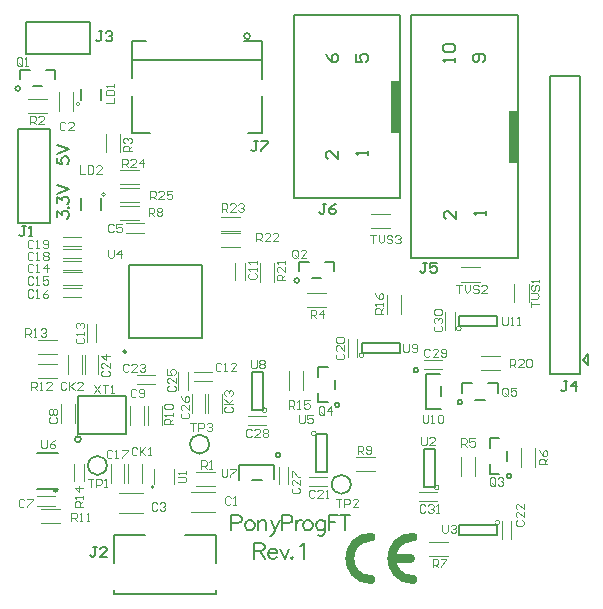
<source format=gto>
G04 Layer_Color=65535*
%FSLAX44Y44*%
%MOMM*%
G71*
G01*
G75*
%ADD37C,0.2000*%
%ADD39C,0.1524*%
%ADD41C,0.1500*%
%ADD55C,0.1000*%
%ADD56C,0.7620*%
%ADD57R,0.8000X4.5000*%
D37*
X204250Y473500D02*
G03*
X204250Y473500I-2500J0D01*
G01*
X202250Y391250D02*
X214000D01*
X199500Y469000D02*
X214000D01*
X104000D02*
X115750D01*
X104000Y391500D02*
X119500D01*
X214000Y437250D02*
Y469000D01*
Y391250D02*
Y422750D01*
X104000Y437750D02*
Y469000D01*
Y391500D02*
Y422500D01*
X23860Y120830D02*
X41360D01*
X23860Y89830D02*
X41360D01*
X365570Y168520D02*
Y177020D01*
X352970Y187720D02*
X365370D01*
X352970Y157720D02*
X365670D01*
X352970D02*
Y187720D01*
X205670Y97980D02*
X214170D01*
X224870Y98180D02*
Y110580D01*
X194870Y97880D02*
Y110580D01*
X224870D01*
X241300Y491000D02*
X331300D01*
X241300Y336200D02*
Y491000D01*
X331300Y336200D02*
Y491000D01*
X241300Y336200D02*
X331300D01*
X340700Y285400D02*
X430700D01*
Y491000D01*
X340700Y285400D02*
Y491000D01*
X430700D01*
X14600Y485450D02*
X68400D01*
Y458550D02*
Y485450D01*
X14600Y458550D02*
X68400D01*
X14600D02*
Y485450D01*
X7550Y394600D02*
X34450D01*
X7550Y315400D02*
Y394600D01*
Y315400D02*
X34450D01*
Y394600D01*
D39*
X304300Y372600D02*
Y375986D01*
Y374293D01*
X294143D01*
X295836Y372600D01*
X268143Y458371D02*
X269836Y454986D01*
X273222Y451600D01*
X276607D01*
X278300Y453293D01*
Y456678D01*
X276607Y458371D01*
X274914D01*
X273222Y456678D01*
Y451600D01*
X278900Y376371D02*
Y369600D01*
X272129Y376371D01*
X270436D01*
X268743Y374678D01*
Y371293D01*
X270436Y369600D01*
X293543Y458371D02*
Y451600D01*
X298622D01*
X296929Y454986D01*
Y456678D01*
X298622Y458371D01*
X302007D01*
X303700Y456678D01*
Y453293D01*
X302007Y451600D01*
X401407D02*
X403100Y453293D01*
Y456678D01*
X401407Y458371D01*
X394636D01*
X392943Y456678D01*
Y453293D01*
X394636Y451600D01*
X396329D01*
X398022Y453293D01*
Y458371D01*
X377700Y451600D02*
Y454986D01*
Y453293D01*
X367543D01*
X369236Y451600D01*
Y460064D02*
X367543Y461757D01*
Y465142D01*
X369236Y466835D01*
X376007D01*
X377700Y465142D01*
Y461757D01*
X376007Y460064D01*
X369236D01*
X378300Y325571D02*
Y318800D01*
X371529Y325571D01*
X369836D01*
X368143Y323878D01*
Y320493D01*
X369836Y318800D01*
X403700Y321800D02*
Y325186D01*
Y323493D01*
X393543D01*
X395236Y321800D01*
D41*
X60960Y132200D02*
G03*
X60960Y132200I-2500J0D01*
G01*
X99520Y206330D02*
G03*
X99520Y206330I-1500J0D01*
G01*
X37610Y89830D02*
G03*
X41610Y89830I2000J0D01*
G01*
X245670Y266590D02*
G03*
X245670Y266590I-2000J0D01*
G01*
X9450Y429150D02*
G03*
X9450Y429150I-2000J0D01*
G01*
X346570Y190720D02*
G03*
X346570Y190720I-2000J0D01*
G01*
X383780Y163610D02*
G03*
X383780Y163610I-2000J0D01*
G01*
X229870Y118980D02*
G03*
X229870Y118980I-2000J0D01*
G01*
X279880Y161420D02*
G03*
X279880Y161420I-2000J0D01*
G01*
X425430Y101120D02*
G03*
X425430Y101120I-2000J0D01*
G01*
X83000Y110000D02*
G03*
X83000Y110000I-8000J0D01*
G01*
X169500Y128000D02*
G03*
X169500Y128000I-8000J0D01*
G01*
X289500Y94000D02*
G03*
X289500Y94000I-8000J0D01*
G01*
X61000Y326500D02*
Y336500D01*
X78000Y326500D02*
Y336500D01*
Y419000D02*
Y429000D01*
X61000Y419000D02*
Y429000D01*
X104250Y453125D02*
X214000D01*
X259980Y136650D02*
X268980D01*
X259980Y104650D02*
X268980D01*
X259980D02*
Y136650D01*
X268980Y104650D02*
Y136650D01*
X58960Y136500D02*
Y168500D01*
Y136500D02*
X99060D01*
Y168500D01*
X58960D02*
X99060D01*
X101520Y217580D02*
X163520D01*
X101520Y279580D02*
X163520D01*
X101520Y217580D02*
Y279580D01*
X163520Y217580D02*
Y279580D01*
X256670Y268590D02*
X264670D01*
X267420Y282590D02*
X275670D01*
Y274590D02*
Y282590D01*
X245670D02*
X253920D01*
X245670Y274590D02*
Y282590D01*
X20450Y431150D02*
X28450D01*
X31200Y445150D02*
X39450D01*
Y437150D02*
Y445150D01*
X9450D02*
X17700D01*
X9450Y437150D02*
Y445150D01*
X351510Y91960D02*
X360510D01*
X351510Y123960D02*
X360510D01*
Y91960D02*
Y123960D01*
X351510Y91960D02*
Y123960D01*
X413050Y50740D02*
Y59740D01*
X381050Y50740D02*
Y59740D01*
X413050D01*
X381050Y50740D02*
X413050D01*
X205960Y157340D02*
X214960D01*
X205960Y189340D02*
X214960D01*
Y157340D02*
Y189340D01*
X205960Y157340D02*
Y189340D01*
X298960Y205050D02*
Y214050D01*
X330960Y205050D02*
Y214050D01*
X298960Y205050D02*
X330960D01*
X298960Y214050D02*
X330960D01*
X381510Y227910D02*
Y236910D01*
X413510Y227910D02*
Y236910D01*
X381510Y227910D02*
X413510D01*
X381510Y236910D02*
X413510D01*
X394780Y165610D02*
X402780D01*
X405530Y179610D02*
X413780D01*
Y171610D02*
Y179610D01*
X383780D02*
X392030D01*
X383780Y171610D02*
Y179610D01*
X89000Y1500D02*
X175700D01*
X88700Y51300D02*
X115100D01*
X149000Y51100D02*
X175400D01*
X88700Y27500D02*
Y51300D01*
X175400Y27500D02*
Y51100D01*
X175700Y1500D02*
Y4400D01*
X89000Y1500D02*
Y4500D01*
X275880Y174420D02*
Y182420D01*
X261880Y185170D02*
Y193420D01*
X269880D01*
X261880Y163420D02*
Y171670D01*
Y163420D02*
X269880D01*
X486000Y199500D02*
X490500Y204000D01*
Y195000D02*
Y204000D01*
X486000Y199500D02*
X490500Y195000D01*
X483700Y262646D02*
Y439950D01*
X458550D02*
X483700D01*
X458550Y187100D02*
Y439950D01*
X483700Y187246D02*
Y262646D01*
X483554Y187100D02*
X483700Y187246D01*
X458550Y187100D02*
X483554D01*
X421430Y114120D02*
Y122120D01*
X407430Y124870D02*
Y133120D01*
X415430D01*
X407430Y103120D02*
Y111370D01*
Y103120D02*
X415430D01*
X210665Y384497D02*
X207832D01*
X209249D01*
Y377416D01*
X207832Y376000D01*
X206416D01*
X205000Y377416D01*
X213497Y384497D02*
X219162D01*
Y383081D01*
X213497Y377416D01*
Y376000D01*
X14165Y312497D02*
X11332D01*
X12749D01*
Y305416D01*
X11332Y304000D01*
X9916D01*
X8500Y305416D01*
X16997Y304000D02*
X19830D01*
X18413D01*
Y312497D01*
X16997Y311081D01*
X74465Y41087D02*
X71632D01*
X73049D01*
Y34006D01*
X71632Y32590D01*
X70216D01*
X68800Y34006D01*
X82962Y32590D02*
X77297D01*
X82962Y38255D01*
Y39671D01*
X81546Y41087D01*
X78713D01*
X77297Y39671D01*
X79165Y477497D02*
X76332D01*
X77749D01*
Y470416D01*
X76332Y469000D01*
X74916D01*
X73500Y470416D01*
X81997Y476081D02*
X83413Y477497D01*
X86246D01*
X87662Y476081D01*
Y474665D01*
X86246Y473249D01*
X84830D01*
X86246D01*
X87662Y471832D01*
Y470416D01*
X86246Y469000D01*
X83413D01*
X81997Y470416D01*
X472855Y181227D02*
X470022D01*
X471439D01*
Y174146D01*
X470022Y172730D01*
X468606D01*
X467190Y174146D01*
X479936Y172730D02*
Y181227D01*
X475687Y176979D01*
X481352D01*
X353665Y281497D02*
X350832D01*
X352249D01*
Y274416D01*
X350832Y273000D01*
X349416D01*
X348000Y274416D01*
X362162Y281497D02*
X356497D01*
Y277249D01*
X359330Y278665D01*
X360746D01*
X362162Y277249D01*
Y274416D01*
X360746Y273000D01*
X357914D01*
X356497Y274416D01*
X268485Y331697D02*
X265653D01*
X267069D01*
Y324616D01*
X265653Y323200D01*
X264236D01*
X262820Y324616D01*
X276982Y331697D02*
X274150Y330281D01*
X271317Y327449D01*
Y324616D01*
X272733Y323200D01*
X275566D01*
X276982Y324616D01*
Y326032D01*
X275566Y327449D01*
X271317D01*
X41002Y319952D02*
Y325189D01*
X44811Y322333D01*
Y323761D01*
X45287Y324713D01*
X45763Y325189D01*
X47191Y325665D01*
X48144D01*
X49572Y325189D01*
X50524Y324237D01*
X51000Y322809D01*
Y321380D01*
X50524Y319952D01*
X50048Y319476D01*
X49096Y319000D01*
X50048Y328379D02*
X50524Y327903D01*
X51000Y328379D01*
X50524Y328855D01*
X50048Y328379D01*
X41002Y331997D02*
Y337234D01*
X44811Y334378D01*
Y335806D01*
X45287Y336758D01*
X45763Y337234D01*
X47191Y337710D01*
X48144D01*
X49572Y337234D01*
X50524Y336282D01*
X51000Y334854D01*
Y333425D01*
X50524Y331997D01*
X50048Y331521D01*
X49096Y331045D01*
X41002Y339948D02*
X51000Y343757D01*
X41002Y347565D02*
X51000Y343757D01*
X41002Y370713D02*
Y365952D01*
X45287Y365476D01*
X44811Y365952D01*
X44335Y367380D01*
Y368809D01*
X44811Y370237D01*
X45763Y371189D01*
X47191Y371665D01*
X48144D01*
X49572Y371189D01*
X50524Y370237D01*
X51000Y368809D01*
Y367380D01*
X50524Y365952D01*
X50048Y365476D01*
X49096Y365000D01*
X41002Y373903D02*
X51000Y377712D01*
X41002Y381520D02*
X51000Y377712D01*
X188500Y61189D02*
X194070D01*
X195927Y61808D01*
X196546Y62427D01*
X197165Y63665D01*
Y65521D01*
X196546Y66759D01*
X195927Y67378D01*
X194070Y67997D01*
X188500D01*
Y55000D01*
X203168Y63665D02*
X201931Y63046D01*
X200693Y61808D01*
X200074Y59951D01*
Y58713D01*
X200693Y56857D01*
X201931Y55619D01*
X203168Y55000D01*
X205025D01*
X206263Y55619D01*
X207501Y56857D01*
X208120Y58713D01*
Y59951D01*
X207501Y61808D01*
X206263Y63046D01*
X205025Y63665D01*
X203168D01*
X210967D02*
Y55000D01*
Y61189D02*
X212823Y63046D01*
X214061Y63665D01*
X215918D01*
X217156Y63046D01*
X217775Y61189D01*
Y55000D01*
X221798Y63665D02*
X225511Y55000D01*
X229225Y63665D02*
X225511Y55000D01*
X224273Y52524D01*
X223035Y51287D01*
X221798Y50668D01*
X221179D01*
X231391Y61189D02*
X236961D01*
X238818Y61808D01*
X239437Y62427D01*
X240056Y63665D01*
Y65521D01*
X239437Y66759D01*
X238818Y67378D01*
X236961Y67997D01*
X231391D01*
Y55000D01*
X242964Y63665D02*
Y55000D01*
Y59951D02*
X243583Y61808D01*
X244821Y63046D01*
X246059Y63665D01*
X247916D01*
X252186D02*
X250949Y63046D01*
X249711Y61808D01*
X249092Y59951D01*
Y58713D01*
X249711Y56857D01*
X250949Y55619D01*
X252186Y55000D01*
X254043D01*
X255281Y55619D01*
X256519Y56857D01*
X257138Y58713D01*
Y59951D01*
X256519Y61808D01*
X255281Y63046D01*
X254043Y63665D01*
X252186D01*
X267412D02*
Y53762D01*
X266793Y51905D01*
X266174Y51287D01*
X264936Y50668D01*
X263079D01*
X261841Y51287D01*
X267412Y61808D02*
X266174Y63046D01*
X264936Y63665D01*
X263079D01*
X261841Y63046D01*
X260604Y61808D01*
X259985Y59951D01*
Y58713D01*
X260604Y56857D01*
X261841Y55619D01*
X263079Y55000D01*
X264936D01*
X266174Y55619D01*
X267412Y56857D01*
X270878Y67997D02*
Y55000D01*
Y67997D02*
X278923D01*
X270878Y61808D02*
X275829D01*
X284741Y67997D02*
Y55000D01*
X280409Y67997D02*
X289074D01*
X246500Y41522D02*
X247738Y42140D01*
X249595Y43997D01*
Y31000D01*
X208000Y43997D02*
Y31000D01*
Y43997D02*
X213570D01*
X215427Y43378D01*
X216046Y42759D01*
X216665Y41522D01*
Y40284D01*
X216046Y39046D01*
X215427Y38427D01*
X213570Y37808D01*
X208000D01*
X212332D02*
X216665Y31000D01*
X219574Y35951D02*
X227001D01*
Y37189D01*
X226382Y38427D01*
X225763Y39046D01*
X224525Y39665D01*
X222668D01*
X221430Y39046D01*
X220193Y37808D01*
X219574Y35951D01*
Y34713D01*
X220193Y32857D01*
X221430Y31619D01*
X222668Y31000D01*
X224525D01*
X225763Y31619D01*
X227001Y32857D01*
X229786Y39665D02*
X233499Y31000D01*
X237213Y39665D02*
X233499Y31000D01*
X239936Y32238D02*
X239317Y31619D01*
X239936Y31000D01*
X240555Y31619D01*
X239936Y32238D01*
D55*
X81750Y339500D02*
G03*
X81750Y339500I-1500J0D01*
G01*
X60250Y416000D02*
G03*
X60250Y416000I-1500J0D01*
G01*
X260230Y137150D02*
G03*
X260230Y137150I-2000J0D01*
G01*
X122760Y91780D02*
G03*
X122760Y91780I-1250J0D01*
G01*
X364260Y91460D02*
G03*
X364260Y91460I-2000J0D01*
G01*
X415550Y61490D02*
G03*
X415550Y61490I-2000J0D01*
G01*
X218710Y156840D02*
G03*
X218710Y156840I-2000J0D01*
G01*
X300460Y203300D02*
G03*
X300460Y203300I-2000J0D01*
G01*
X383010Y226160D02*
G03*
X383010Y226160I-2000J0D01*
G01*
X45660Y273470D02*
X61660D01*
X45660Y262470D02*
X61660D01*
X86260Y95440D02*
Y111440D01*
X97260Y95440D02*
Y111440D01*
X139710Y94330D02*
Y106730D01*
X122710Y94330D02*
Y106730D01*
X154150Y70810D02*
X174150D01*
X154150Y87810D02*
X174150D01*
X158690Y92360D02*
X174690D01*
X158690Y104360D02*
X174690D01*
X102270Y144400D02*
Y160400D01*
X114270Y144400D02*
Y160400D01*
X55850Y145670D02*
Y161670D01*
X43850Y145670D02*
Y161670D01*
X99500Y315150D02*
X114500D01*
X99500Y307150D02*
X114500D01*
X93920Y317850D02*
X109920D01*
X93920Y329850D02*
X109920D01*
X117510Y144400D02*
Y160400D01*
X129510Y144400D02*
Y160400D01*
X46160Y283400D02*
X61160D01*
X46160Y275400D02*
X61160D01*
X46160Y260540D02*
X61160D01*
X46160Y252540D02*
X61160D01*
X46160Y293560D02*
X61160D01*
X46160Y285560D02*
X61160D01*
X46160Y303720D02*
X61160D01*
X46160Y295720D02*
X61160D01*
X191900Y266820D02*
Y281820D01*
X199900Y266820D02*
Y281820D01*
X156650Y189420D02*
X171650D01*
X156650Y181420D02*
X171650D01*
X75670Y187580D02*
Y203580D01*
X64670Y187580D02*
Y203580D01*
X165840Y154560D02*
Y170560D01*
X154840Y154560D02*
Y170560D01*
X180310Y154560D02*
Y170560D01*
X168310Y154560D02*
Y170560D01*
X93920Y360330D02*
X109920D01*
X93920Y348330D02*
X109920D01*
X179960Y308640D02*
X195960D01*
X179960Y320640D02*
X195960D01*
X93920Y333090D02*
X109920D01*
X93920Y345090D02*
X109920D01*
X179960Y294670D02*
X195960D01*
X179960Y306670D02*
X195960D01*
X224760Y265050D02*
Y281050D01*
X212760Y265050D02*
Y281050D01*
X27150Y73230D02*
X43150D01*
X27150Y61230D02*
X43150D01*
X42260Y409830D02*
Y425830D01*
X54260Y409830D02*
Y425830D01*
X254440Y100520D02*
X269440D01*
X254440Y92520D02*
X269440D01*
X202640Y143940D02*
X217640D01*
X202640Y151940D02*
X217640D01*
X237480Y174230D02*
Y190230D01*
X249480Y174230D02*
Y190230D01*
X382920Y277640D02*
X398920D01*
X382920Y265640D02*
X398920D01*
X66170Y214750D02*
Y229750D01*
X74170Y214750D02*
Y229750D01*
X25000Y204000D02*
X41000D01*
X25000Y216000D02*
X41000D01*
X24720Y183960D02*
X40720D01*
X24720Y195960D02*
X40720D01*
X23840Y75930D02*
X38840D01*
X23840Y83930D02*
X38840D01*
X63280Y96560D02*
Y111560D01*
X55280Y96560D02*
Y111560D01*
X252670Y256190D02*
X268670D01*
X252670Y244190D02*
X268670D01*
X151640Y174110D02*
Y189110D01*
X143640Y174110D02*
Y189110D01*
X108390Y178880D02*
X123390D01*
X108390Y186880D02*
X123390D01*
X62200Y187580D02*
Y203580D01*
X50200Y187580D02*
Y203580D01*
X93190Y69540D02*
X113190D01*
X93190Y86540D02*
X113190D01*
X113000Y95440D02*
Y111440D01*
X101000Y95440D02*
Y111440D01*
X16450Y408020D02*
X32450D01*
X16450Y420020D02*
X32450D01*
X236730Y94100D02*
Y109100D01*
X228730Y94100D02*
Y109100D01*
X307000Y323000D02*
X323000D01*
X307000Y311000D02*
X323000D01*
X294000Y117000D02*
X310000D01*
X294000Y105000D02*
X310000D01*
X94500Y375000D02*
Y391000D01*
X82500Y375000D02*
Y391000D01*
X369380Y224910D02*
Y239910D01*
X377380Y224910D02*
Y239910D01*
X320000Y238000D02*
Y254000D01*
X332000Y238000D02*
Y254000D01*
X399670Y190850D02*
X415670D01*
X399670Y202850D02*
X415670D01*
X428000Y248000D02*
Y264000D01*
X440000Y248000D02*
Y264000D01*
X356000Y33000D02*
X372000D01*
X356000Y45000D02*
X372000D01*
X347240Y79830D02*
X362240D01*
X347240Y87830D02*
X362240D01*
X425180Y47740D02*
Y62740D01*
X417180Y47740D02*
Y62740D01*
X433830Y108850D02*
Y124850D01*
X445830Y108850D02*
Y124850D01*
X383030Y101230D02*
Y117230D01*
X395030Y101230D02*
Y117230D01*
X351910Y199580D02*
X366910D01*
X351910Y191580D02*
X366910D01*
X286830Y202050D02*
Y217050D01*
X294830Y202050D02*
Y217050D01*
X187865Y82601D02*
X186699Y83768D01*
X184366D01*
X183200Y82601D01*
Y77936D01*
X184366Y76770D01*
X186699D01*
X187865Y77936D01*
X190198Y76770D02*
X192530D01*
X191364D01*
Y83768D01*
X190198Y82601D01*
X47845Y399532D02*
X46679Y400698D01*
X44346D01*
X43180Y399532D01*
Y394866D01*
X44346Y393700D01*
X46679D01*
X47845Y394866D01*
X54843Y393700D02*
X50178D01*
X54843Y398365D01*
Y399532D01*
X53677Y400698D01*
X51344D01*
X50178Y399532D01*
X125635Y77522D02*
X124469Y78688D01*
X122136D01*
X120970Y77522D01*
Y72856D01*
X122136Y71690D01*
X124469D01*
X125635Y72856D01*
X127968Y77522D02*
X129134Y78688D01*
X131467D01*
X132633Y77522D01*
Y76355D01*
X131467Y75189D01*
X130300D01*
X131467D01*
X132633Y74023D01*
Y72856D01*
X131467Y71690D01*
X129134D01*
X127968Y72856D01*
X442272Y244070D02*
Y248735D01*
Y246403D01*
X449270D01*
X442272Y251068D02*
X446937D01*
X449270Y253400D01*
X446937Y255733D01*
X442272D01*
X443438Y262731D02*
X442272Y261564D01*
Y259232D01*
X443438Y258065D01*
X444605D01*
X445771Y259232D01*
Y261564D01*
X446937Y262731D01*
X448104D01*
X449270Y261564D01*
Y259232D01*
X448104Y258065D01*
X449270Y265063D02*
Y267396D01*
Y266230D01*
X442272D01*
X443438Y265063D01*
X88805Y313172D02*
X87639Y314338D01*
X85306D01*
X84140Y313172D01*
Y308506D01*
X85306Y307340D01*
X87639D01*
X88805Y308506D01*
X95803Y314338D02*
X91138D01*
Y310839D01*
X93470Y312005D01*
X94637D01*
X95803Y310839D01*
Y308506D01*
X94637Y307340D01*
X92304D01*
X91138Y308506D01*
X306000Y304998D02*
X310665D01*
X308333D01*
Y298000D01*
X312998Y304998D02*
Y300333D01*
X315330Y298000D01*
X317663Y300333D01*
Y304998D01*
X324661Y303831D02*
X323494Y304998D01*
X321162D01*
X319995Y303831D01*
Y302665D01*
X321162Y301499D01*
X323494D01*
X324661Y300333D01*
Y299166D01*
X323494Y298000D01*
X321162D01*
X319995Y299166D01*
X326993Y303831D02*
X328159Y304998D01*
X330492D01*
X331658Y303831D01*
Y302665D01*
X330492Y301499D01*
X329326D01*
X330492D01*
X331658Y300333D01*
Y299166D01*
X330492Y298000D01*
X328159D01*
X326993Y299166D01*
X13145Y80681D02*
X11979Y81848D01*
X9646D01*
X8480Y80681D01*
Y76016D01*
X9646Y74850D01*
X11979D01*
X13145Y76016D01*
X15478Y81848D02*
X20143D01*
Y80681D01*
X15478Y76016D01*
Y74850D01*
X35129Y150715D02*
X33962Y149549D01*
Y147216D01*
X35129Y146050D01*
X39794D01*
X40960Y147216D01*
Y149549D01*
X39794Y150715D01*
X35129Y153048D02*
X33962Y154214D01*
Y156547D01*
X35129Y157713D01*
X36295D01*
X37461Y156547D01*
X38627Y157713D01*
X39794D01*
X40960Y156547D01*
Y154214D01*
X39794Y153048D01*
X38627D01*
X37461Y154214D01*
X36295Y153048D01*
X35129D01*
X37461Y154214D02*
Y156547D01*
X107855Y173472D02*
X106689Y174638D01*
X104356D01*
X103190Y173472D01*
Y168806D01*
X104356Y167640D01*
X106689D01*
X107855Y168806D01*
X110188D02*
X111354Y167640D01*
X113687D01*
X114853Y168806D01*
Y173472D01*
X113687Y174638D01*
X111354D01*
X110188Y173472D01*
Y172305D01*
X111354Y171139D01*
X114853D01*
X379000Y262998D02*
X383665D01*
X381333D01*
Y256000D01*
X385998Y262998D02*
Y258333D01*
X388330Y256000D01*
X390663Y258333D01*
Y262998D01*
X397661Y261831D02*
X396494Y262998D01*
X394162D01*
X392995Y261831D01*
Y260665D01*
X394162Y259499D01*
X396494D01*
X397661Y258333D01*
Y257166D01*
X396494Y256000D01*
X394162D01*
X392995Y257166D01*
X404658Y256000D02*
X399993D01*
X404658Y260665D01*
Y261831D01*
X403492Y262998D01*
X401160D01*
X399993Y261831D01*
X204039Y272635D02*
X202872Y271469D01*
Y269136D01*
X204039Y267970D01*
X208704D01*
X209870Y269136D01*
Y271469D01*
X208704Y272635D01*
X209870Y274968D02*
Y277300D01*
Y276134D01*
X202872D01*
X204039Y274968D01*
X209870Y280799D02*
Y283132D01*
Y281966D01*
X202872D01*
X204039Y280799D01*
X179665Y195832D02*
X178499Y196998D01*
X176166D01*
X175000Y195832D01*
Y191166D01*
X176166Y190000D01*
X178499D01*
X179665Y191166D01*
X181998Y190000D02*
X184330D01*
X183164D01*
Y196998D01*
X181998Y195832D01*
X192494Y190000D02*
X187829D01*
X192494Y194665D01*
Y195832D01*
X191328Y196998D01*
X188995D01*
X187829Y195832D01*
X57989Y218025D02*
X56822Y216859D01*
Y214526D01*
X57989Y213360D01*
X62654D01*
X63820Y214526D01*
Y216859D01*
X62654Y218025D01*
X63820Y220358D02*
Y222690D01*
Y221524D01*
X56822D01*
X57989Y220358D01*
Y226189D02*
X56822Y227355D01*
Y229688D01*
X57989Y230854D01*
X59155D01*
X60321Y229688D01*
Y228522D01*
Y229688D01*
X61487Y230854D01*
X62654D01*
X63820Y229688D01*
Y227355D01*
X62654Y226189D01*
X20765Y279692D02*
X19599Y280858D01*
X17266D01*
X16100Y279692D01*
Y275026D01*
X17266Y273860D01*
X19599D01*
X20765Y275026D01*
X23098Y273860D02*
X25430D01*
X24264D01*
Y280858D01*
X23098Y279692D01*
X32428Y273860D02*
Y280858D01*
X28929Y277359D01*
X33594D01*
X20665Y268832D02*
X19499Y269998D01*
X17166D01*
X16000Y268832D01*
Y264166D01*
X17166Y263000D01*
X19499D01*
X20665Y264166D01*
X22998Y263000D02*
X25330D01*
X24164D01*
Y269998D01*
X22998Y268832D01*
X33494Y269998D02*
X28829D01*
Y266499D01*
X31162Y267665D01*
X32328D01*
X33494Y266499D01*
Y264166D01*
X32328Y263000D01*
X29996D01*
X28829Y264166D01*
X20665Y257831D02*
X19499Y258998D01*
X17166D01*
X16000Y257831D01*
Y253166D01*
X17166Y252000D01*
X19499D01*
X20665Y253166D01*
X22998Y252000D02*
X25330D01*
X24164D01*
Y258998D01*
X22998Y257831D01*
X33494Y258998D02*
X31162Y257831D01*
X28829Y255499D01*
Y253166D01*
X29996Y252000D01*
X32328D01*
X33494Y253166D01*
Y254333D01*
X32328Y255499D01*
X28829D01*
X87665Y121832D02*
X86499Y122998D01*
X84166D01*
X83000Y121832D01*
Y117166D01*
X84166Y116000D01*
X86499D01*
X87665Y117166D01*
X89998Y116000D02*
X92330D01*
X91164D01*
Y122998D01*
X89998Y121832D01*
X95829Y122998D02*
X100494D01*
Y121832D01*
X95829Y117166D01*
Y116000D01*
X20765Y289851D02*
X19599Y291018D01*
X17266D01*
X16100Y289851D01*
Y285186D01*
X17266Y284020D01*
X19599D01*
X20765Y285186D01*
X23098Y284020D02*
X25430D01*
X24264D01*
Y291018D01*
X23098Y289851D01*
X28929D02*
X30096Y291018D01*
X32428D01*
X33594Y289851D01*
Y288685D01*
X32428Y287519D01*
X33594Y286353D01*
Y285186D01*
X32428Y284020D01*
X30096D01*
X28929Y285186D01*
Y286353D01*
X30096Y287519D01*
X28929Y288685D01*
Y289851D01*
X30096Y287519D02*
X32428D01*
X20665Y299832D02*
X19499Y300998D01*
X17166D01*
X16000Y299832D01*
Y295166D01*
X17166Y294000D01*
X19499D01*
X20665Y295166D01*
X22998Y294000D02*
X25330D01*
X24164D01*
Y300998D01*
X22998Y299832D01*
X28829Y295166D02*
X29996Y294000D01*
X32328D01*
X33494Y295166D01*
Y299832D01*
X32328Y300998D01*
X29996D01*
X28829Y299832D01*
Y298665D01*
X29996Y297499D01*
X33494D01*
X278169Y204665D02*
X277002Y203499D01*
Y201166D01*
X278169Y200000D01*
X282834D01*
X284000Y201166D01*
Y203499D01*
X282834Y204665D01*
X284000Y211663D02*
Y206998D01*
X279335Y211663D01*
X278169D01*
X277002Y210497D01*
Y208164D01*
X278169Y206998D01*
Y213995D02*
X277002Y215162D01*
Y217494D01*
X278169Y218661D01*
X282834D01*
X284000Y217494D01*
Y215162D01*
X282834Y213995D01*
X278169D01*
X258985Y88382D02*
X257819Y89548D01*
X255486D01*
X254320Y88382D01*
Y83716D01*
X255486Y82550D01*
X257819D01*
X258985Y83716D01*
X265983Y82550D02*
X261318D01*
X265983Y87215D01*
Y88382D01*
X264817Y89548D01*
X262484D01*
X261318Y88382D01*
X268316Y82550D02*
X270648D01*
X269482D01*
Y89548D01*
X268316Y88382D01*
X430168Y63665D02*
X429002Y62499D01*
Y60166D01*
X430168Y59000D01*
X434834D01*
X436000Y60166D01*
Y62499D01*
X434834Y63665D01*
X436000Y70663D02*
Y65998D01*
X431335Y70663D01*
X430168D01*
X429002Y69497D01*
Y67164D01*
X430168Y65998D01*
X436000Y77661D02*
Y72996D01*
X431335Y77661D01*
X430168D01*
X429002Y76494D01*
Y74162D01*
X430168Y72996D01*
X101505Y195061D02*
X100339Y196228D01*
X98006D01*
X96840Y195061D01*
Y190396D01*
X98006Y189230D01*
X100339D01*
X101505Y190396D01*
X108503Y189230D02*
X103838D01*
X108503Y193895D01*
Y195061D01*
X107337Y196228D01*
X105004D01*
X103838Y195061D01*
X110836D02*
X112002Y196228D01*
X114334D01*
X115501Y195061D01*
Y193895D01*
X114334Y192729D01*
X113168D01*
X114334D01*
X115501Y191563D01*
Y190396D01*
X114334Y189230D01*
X112002D01*
X110836Y190396D01*
X79578Y190085D02*
X78412Y188919D01*
Y186586D01*
X79578Y185420D01*
X84244D01*
X85410Y186586D01*
Y188919D01*
X84244Y190085D01*
X85410Y197083D02*
Y192418D01*
X80745Y197083D01*
X79578D01*
X78412Y195917D01*
Y193584D01*
X79578Y192418D01*
X85410Y202914D02*
X78412D01*
X81911Y199415D01*
Y204081D01*
X135458Y177385D02*
X134292Y176219D01*
Y173886D01*
X135458Y172720D01*
X140124D01*
X141290Y173886D01*
Y176219D01*
X140124Y177385D01*
X141290Y184383D02*
Y179718D01*
X136625Y184383D01*
X135458D01*
X134292Y183217D01*
Y180884D01*
X135458Y179718D01*
X134292Y191381D02*
Y186716D01*
X137791D01*
X136625Y189048D01*
Y190214D01*
X137791Y191381D01*
X140124D01*
X141290Y190214D01*
Y187882D01*
X140124Y186716D01*
X146889Y154525D02*
X145722Y153359D01*
Y151026D01*
X146889Y149860D01*
X151554D01*
X152720Y151026D01*
Y153359D01*
X151554Y154525D01*
X152720Y161523D02*
Y156858D01*
X148055Y161523D01*
X146889D01*
X145722Y160357D01*
Y158024D01*
X146889Y156858D01*
X145722Y168521D02*
X146889Y166188D01*
X149221Y163855D01*
X151554D01*
X152720Y165022D01*
Y167354D01*
X151554Y168521D01*
X150387D01*
X149221Y167354D01*
Y163855D01*
X240548Y91025D02*
X239382Y89859D01*
Y87526D01*
X240548Y86360D01*
X245214D01*
X246380Y87526D01*
Y89859D01*
X245214Y91025D01*
X246380Y98023D02*
Y93358D01*
X241715Y98023D01*
X240548D01*
X239382Y96857D01*
Y94524D01*
X240548Y93358D01*
X239382Y100356D02*
Y105021D01*
X240548D01*
X245214Y100356D01*
X246380D01*
X205595Y139801D02*
X204429Y140968D01*
X202096D01*
X200930Y139801D01*
Y135136D01*
X202096Y133970D01*
X204429D01*
X205595Y135136D01*
X212593Y133970D02*
X207928D01*
X212593Y138635D01*
Y139801D01*
X211427Y140968D01*
X209094D01*
X207928Y139801D01*
X214925D02*
X216092Y140968D01*
X218424D01*
X219591Y139801D01*
Y138635D01*
X218424Y137469D01*
X219591Y136303D01*
Y135136D01*
X218424Y133970D01*
X216092D01*
X214925Y135136D01*
Y136303D01*
X216092Y137469D01*
X214925Y138635D01*
Y139801D01*
X216092Y137469D02*
X218424D01*
X356455Y207761D02*
X355289Y208928D01*
X352956D01*
X351790Y207761D01*
Y203096D01*
X352956Y201930D01*
X355289D01*
X356455Y203096D01*
X363453Y201930D02*
X358788D01*
X363453Y206595D01*
Y207761D01*
X362287Y208928D01*
X359954D01*
X358788Y207761D01*
X365785Y203096D02*
X366952Y201930D01*
X369284D01*
X370451Y203096D01*
Y207761D01*
X369284Y208928D01*
X366952D01*
X365785Y207761D01*
Y206595D01*
X366952Y205429D01*
X370451D01*
X361199Y228185D02*
X360032Y227019D01*
Y224686D01*
X361199Y223520D01*
X365864D01*
X367030Y224686D01*
Y227019D01*
X365864Y228185D01*
X361199Y230518D02*
X360032Y231684D01*
Y234017D01*
X361199Y235183D01*
X362365D01*
X363531Y234017D01*
Y232850D01*
Y234017D01*
X364697Y235183D01*
X365864D01*
X367030Y234017D01*
Y231684D01*
X365864Y230518D01*
X361199Y237516D02*
X360032Y238682D01*
Y241014D01*
X361199Y242181D01*
X365864D01*
X367030Y241014D01*
Y238682D01*
X365864Y237516D01*
X361199D01*
X352665Y75831D02*
X351499Y76998D01*
X349166D01*
X348000Y75831D01*
Y71166D01*
X349166Y70000D01*
X351499D01*
X352665Y71166D01*
X354998Y75831D02*
X356164Y76998D01*
X358497D01*
X359663Y75831D01*
Y74665D01*
X358497Y73499D01*
X357330D01*
X358497D01*
X359663Y72333D01*
Y71166D01*
X358497Y70000D01*
X356164D01*
X354998Y71166D01*
X361996Y70000D02*
X364328D01*
X363162D01*
Y76998D01*
X361996Y75831D01*
X108665Y124332D02*
X107499Y125498D01*
X105166D01*
X104000Y124332D01*
Y119666D01*
X105166Y118500D01*
X107499D01*
X108665Y119666D01*
X110998Y125498D02*
Y118500D01*
Y120833D01*
X115663Y125498D01*
X112164Y121999D01*
X115663Y118500D01*
X117996D02*
X120328D01*
X119162D01*
Y125498D01*
X117996Y124332D01*
X48665Y179832D02*
X47499Y180998D01*
X45166D01*
X44000Y179832D01*
Y175166D01*
X45166Y174000D01*
X47499D01*
X48665Y175166D01*
X50998Y180998D02*
Y174000D01*
Y176333D01*
X55663Y180998D01*
X52164Y177499D01*
X55663Y174000D01*
X62661D02*
X57996D01*
X62661Y178665D01*
Y179832D01*
X61494Y180998D01*
X59162D01*
X57996Y179832D01*
X183718Y159605D02*
X182552Y158439D01*
Y156106D01*
X183718Y154940D01*
X188384D01*
X189550Y156106D01*
Y158439D01*
X188384Y159605D01*
X182552Y161938D02*
X189550D01*
X187217D01*
X182552Y166603D01*
X186051Y163104D01*
X189550Y166603D01*
X183718Y168936D02*
X182552Y170102D01*
Y172434D01*
X183718Y173601D01*
X184885D01*
X186051Y172434D01*
Y171268D01*
Y172434D01*
X187217Y173601D01*
X188384D01*
X189550Y172434D01*
Y170102D01*
X188384Y168936D01*
X82002Y416500D02*
X89000D01*
Y421165D01*
X82002Y423498D02*
X89000D01*
Y426997D01*
X87834Y428163D01*
X83168D01*
X82002Y426997D01*
Y423498D01*
X89000Y430495D02*
Y432828D01*
Y431662D01*
X82002D01*
X83168Y430495D01*
X60000Y363998D02*
Y357000D01*
X64665D01*
X66998Y363998D02*
Y357000D01*
X70497D01*
X71663Y358166D01*
Y362831D01*
X70497Y363998D01*
X66998D01*
X78661Y357000D02*
X73995D01*
X78661Y361665D01*
Y362831D01*
X77494Y363998D01*
X75162D01*
X73995Y362831D01*
X11165Y449666D02*
Y454332D01*
X9999Y455498D01*
X7666D01*
X6500Y454332D01*
Y449666D01*
X7666Y448500D01*
X9999D01*
X8833Y450833D02*
X11165Y448500D01*
X9999D02*
X11165Y449666D01*
X13498Y448500D02*
X15830D01*
X14664D01*
Y455498D01*
X13498Y454332D01*
X244695Y286916D02*
Y291581D01*
X243529Y292748D01*
X241196D01*
X240030Y291581D01*
Y286916D01*
X241196Y285750D01*
X243529D01*
X242363Y288083D02*
X244695Y285750D01*
X243529D02*
X244695Y286916D01*
X251693Y285750D02*
X247028D01*
X251693Y290415D01*
Y291581D01*
X250527Y292748D01*
X248194D01*
X247028Y291581D01*
X411665Y94166D02*
Y98832D01*
X410499Y99998D01*
X408166D01*
X407000Y98832D01*
Y94166D01*
X408166Y93000D01*
X410499D01*
X409333Y95333D02*
X411665Y93000D01*
X410499D02*
X411665Y94166D01*
X413998Y98832D02*
X415164Y99998D01*
X417497D01*
X418663Y98832D01*
Y97665D01*
X417497Y96499D01*
X416330D01*
X417497D01*
X418663Y95333D01*
Y94166D01*
X417497Y93000D01*
X415164D01*
X413998Y94166D01*
X266875Y154186D02*
Y158851D01*
X265709Y160018D01*
X263376D01*
X262210Y158851D01*
Y154186D01*
X263376Y153020D01*
X265709D01*
X264543Y155353D02*
X266875Y153020D01*
X265709D02*
X266875Y154186D01*
X272707Y153020D02*
Y160018D01*
X269208Y156519D01*
X273873D01*
X422495Y170076D02*
Y174741D01*
X421329Y175908D01*
X418996D01*
X417830Y174741D01*
Y170076D01*
X418996Y168910D01*
X421329D01*
X420163Y171243D02*
X422495Y168910D01*
X421329D02*
X422495Y170076D01*
X429493Y175908D02*
X424828D01*
Y172409D01*
X427160Y173575D01*
X428327D01*
X429493Y172409D01*
Y170076D01*
X428327Y168910D01*
X425994D01*
X424828Y170076D01*
X162880Y107250D02*
Y114248D01*
X166379D01*
X167545Y113082D01*
Y110749D01*
X166379Y109583D01*
X162880D01*
X165213D02*
X167545Y107250D01*
X169878D02*
X172210D01*
X171044D01*
Y114248D01*
X169878Y113082D01*
X18100Y398780D02*
Y405778D01*
X21599D01*
X22765Y404612D01*
Y402279D01*
X21599Y401113D01*
X18100D01*
X20433D02*
X22765Y398780D01*
X29763D02*
X25098D01*
X29763Y403445D01*
Y404612D01*
X28597Y405778D01*
X26264D01*
X25098Y404612D01*
X104000Y376000D02*
X97002D01*
Y379499D01*
X98168Y380665D01*
X100501D01*
X101667Y379499D01*
Y376000D01*
Y378333D02*
X104000Y380665D01*
X98168Y382998D02*
X97002Y384164D01*
Y386497D01*
X98168Y387663D01*
X99335D01*
X100501Y386497D01*
Y385330D01*
Y386497D01*
X101667Y387663D01*
X102834D01*
X104000Y386497D01*
Y384164D01*
X102834Y382998D01*
X255590Y234950D02*
Y241948D01*
X259089D01*
X260255Y240781D01*
Y238449D01*
X259089Y237283D01*
X255590D01*
X257923D02*
X260255Y234950D01*
X266087D02*
Y241948D01*
X262588Y238449D01*
X267253D01*
X383000Y126000D02*
Y132998D01*
X386499D01*
X387665Y131832D01*
Y129499D01*
X386499Y128333D01*
X383000D01*
X385333D02*
X387665Y126000D01*
X394663Y132998D02*
X389998D01*
Y129499D01*
X392330Y130665D01*
X393497D01*
X394663Y129499D01*
Y127166D01*
X393497Y126000D01*
X391164D01*
X389998Y127166D01*
X456000Y111000D02*
X449002D01*
Y114499D01*
X450168Y115665D01*
X452501D01*
X453667Y114499D01*
Y111000D01*
Y113333D02*
X456000Y115665D01*
X449002Y122663D02*
X450168Y120330D01*
X452501Y117998D01*
X454834D01*
X456000Y119164D01*
Y121497D01*
X454834Y122663D01*
X453667D01*
X452501Y121497D01*
Y117998D01*
X358860Y23730D02*
Y30728D01*
X362359D01*
X363525Y29562D01*
Y27229D01*
X362359Y26063D01*
X358860D01*
X361193D02*
X363525Y23730D01*
X365858Y30728D02*
X370523D01*
Y29562D01*
X365858Y24896D01*
Y23730D01*
X118430Y321310D02*
Y328308D01*
X121929D01*
X123095Y327141D01*
Y324809D01*
X121929Y323643D01*
X118430D01*
X120763D02*
X123095Y321310D01*
X125428Y327141D02*
X126594Y328308D01*
X128927D01*
X130093Y327141D01*
Y325975D01*
X128927Y324809D01*
X130093Y323643D01*
Y322476D01*
X128927Y321310D01*
X126594D01*
X125428Y322476D01*
Y323643D01*
X126594Y324809D01*
X125428Y325975D01*
Y327141D01*
X126594Y324809D02*
X128927D01*
X295330Y119890D02*
Y126888D01*
X298829D01*
X299995Y125722D01*
Y123389D01*
X298829Y122223D01*
X295330D01*
X297663D02*
X299995Y119890D01*
X302328Y121056D02*
X303494Y119890D01*
X305827D01*
X306993Y121056D01*
Y125722D01*
X305827Y126888D01*
X303494D01*
X302328Y125722D01*
Y124555D01*
X303494Y123389D01*
X306993D01*
X138750Y144780D02*
X131752D01*
Y148279D01*
X132919Y149445D01*
X135251D01*
X136417Y148279D01*
Y144780D01*
Y147113D02*
X138750Y149445D01*
Y151778D02*
Y154110D01*
Y152944D01*
X131752D01*
X132919Y151778D01*
Y157609D02*
X131752Y158776D01*
Y161108D01*
X132919Y162274D01*
X137584D01*
X138750Y161108D01*
Y158776D01*
X137584Y157609D01*
X132919D01*
X53000Y63000D02*
Y69998D01*
X56499D01*
X57665Y68832D01*
Y66499D01*
X56499Y65333D01*
X53000D01*
X55333D02*
X57665Y63000D01*
X59998D02*
X62330D01*
X61164D01*
Y69998D01*
X59998Y68832D01*
X65829Y63000D02*
X68162D01*
X66996D01*
Y69998D01*
X65829Y68832D01*
X19000Y174000D02*
Y180998D01*
X22499D01*
X23665Y179832D01*
Y177499D01*
X22499Y176333D01*
X19000D01*
X21333D02*
X23665Y174000D01*
X25998D02*
X28330D01*
X27164D01*
Y180998D01*
X25998Y179832D01*
X36494Y174000D02*
X31829D01*
X36494Y178665D01*
Y179832D01*
X35328Y180998D01*
X32996D01*
X31829Y179832D01*
X14000Y219000D02*
Y225998D01*
X17499D01*
X18665Y224832D01*
Y222499D01*
X17499Y221333D01*
X14000D01*
X16333D02*
X18665Y219000D01*
X20998D02*
X23330D01*
X22164D01*
Y225998D01*
X20998Y224832D01*
X26829D02*
X27996Y225998D01*
X30328D01*
X31494Y224832D01*
Y223665D01*
X30328Y222499D01*
X29162D01*
X30328D01*
X31494Y221333D01*
Y220166D01*
X30328Y219000D01*
X27996D01*
X26829Y220166D01*
X62770Y74850D02*
X55772D01*
Y78349D01*
X56939Y79515D01*
X59271D01*
X60437Y78349D01*
Y74850D01*
Y77183D02*
X62770Y79515D01*
Y81848D02*
Y84180D01*
Y83014D01*
X55772D01*
X56939Y81848D01*
X62770Y91178D02*
X55772D01*
X59271Y87679D01*
Y92344D01*
X237130Y158100D02*
Y165098D01*
X240629D01*
X241795Y163931D01*
Y161599D01*
X240629Y160433D01*
X237130D01*
X239463D02*
X241795Y158100D01*
X244128D02*
X246460D01*
X245294D01*
Y165098D01*
X244128Y163931D01*
X254624Y165098D02*
X249959D01*
Y161599D01*
X252292Y162765D01*
X253458D01*
X254624Y161599D01*
Y159266D01*
X253458Y158100D01*
X251126D01*
X249959Y159266D01*
X317110Y238380D02*
X310112D01*
Y241879D01*
X311278Y243045D01*
X313611D01*
X314777Y241879D01*
Y238380D01*
Y240713D02*
X317110Y243045D01*
Y245378D02*
Y247710D01*
Y246544D01*
X310112D01*
X311278Y245378D01*
X310112Y255874D02*
X311278Y253542D01*
X313611Y251209D01*
X315944D01*
X317110Y252376D01*
Y254708D01*
X315944Y255874D01*
X314777D01*
X313611Y254708D01*
Y251209D01*
X424180Y193040D02*
Y200038D01*
X427679D01*
X428845Y198871D01*
Y196539D01*
X427679Y195373D01*
X424180D01*
X426513D02*
X428845Y193040D01*
X435843D02*
X431178D01*
X435843Y197705D01*
Y198871D01*
X434677Y200038D01*
X432344D01*
X431178Y198871D01*
X438176D02*
X439342Y200038D01*
X441674D01*
X442841Y198871D01*
Y194206D01*
X441674Y193040D01*
X439342D01*
X438176Y194206D01*
Y198871D01*
X234000Y266700D02*
X227002D01*
Y270199D01*
X228169Y271365D01*
X230501D01*
X231667Y270199D01*
Y266700D01*
Y269033D02*
X234000Y271365D01*
Y278363D02*
Y273698D01*
X229335Y278363D01*
X228169D01*
X227002Y277197D01*
Y274864D01*
X228169Y273698D01*
X234000Y280695D02*
Y283028D01*
Y281862D01*
X227002D01*
X228169Y280695D01*
X209550Y299720D02*
Y306718D01*
X213049D01*
X214215Y305551D01*
Y303219D01*
X213049Y302053D01*
X209550D01*
X211883D02*
X214215Y299720D01*
X221213D02*
X216548D01*
X221213Y304385D01*
Y305551D01*
X220047Y306718D01*
X217714D01*
X216548Y305551D01*
X228211Y299720D02*
X223545D01*
X228211Y304385D01*
Y305551D01*
X227044Y306718D01*
X224712D01*
X223545Y305551D01*
X180340Y324800D02*
Y331798D01*
X183839D01*
X185005Y330631D01*
Y328299D01*
X183839Y327133D01*
X180340D01*
X182673D02*
X185005Y324800D01*
X192003D02*
X187338D01*
X192003Y329465D01*
Y330631D01*
X190837Y331798D01*
X188504D01*
X187338Y330631D01*
X194335D02*
X195502Y331798D01*
X197834D01*
X199001Y330631D01*
Y329465D01*
X197834Y328299D01*
X196668D01*
X197834D01*
X199001Y327133D01*
Y325966D01*
X197834Y324800D01*
X195502D01*
X194335Y325966D01*
X96000Y362500D02*
Y369498D01*
X99499D01*
X100665Y368331D01*
Y365999D01*
X99499Y364833D01*
X96000D01*
X98333D02*
X100665Y362500D01*
X107663D02*
X102998D01*
X107663Y367165D01*
Y368331D01*
X106497Y369498D01*
X104164D01*
X102998Y368331D01*
X113494Y362500D02*
Y369498D01*
X109995Y365999D01*
X114661D01*
X119700Y335280D02*
Y342278D01*
X123199D01*
X124365Y341111D01*
Y338779D01*
X123199Y337613D01*
X119700D01*
X122033D02*
X124365Y335280D01*
X131363D02*
X126698D01*
X131363Y339945D01*
Y341111D01*
X130197Y342278D01*
X127864D01*
X126698Y341111D01*
X138361Y342278D02*
X133695D01*
Y338779D01*
X136028Y339945D01*
X137194D01*
X138361Y338779D01*
Y336446D01*
X137194Y335280D01*
X134862D01*
X133695Y336446D01*
X143182Y95820D02*
X149014D01*
X150180Y96986D01*
Y99319D01*
X149014Y100485D01*
X143182D01*
X150180Y102818D02*
Y105150D01*
Y103984D01*
X143182D01*
X144348Y102818D01*
X349000Y133998D02*
Y128166D01*
X350166Y127000D01*
X352499D01*
X353665Y128166D01*
Y133998D01*
X360663Y127000D02*
X355998D01*
X360663Y131665D01*
Y132831D01*
X359497Y133998D01*
X357164D01*
X355998Y132831D01*
X367000Y59998D02*
Y54166D01*
X368166Y53000D01*
X370499D01*
X371665Y54166D01*
Y59998D01*
X373998Y58832D02*
X375164Y59998D01*
X377497D01*
X378663Y58832D01*
Y57665D01*
X377497Y56499D01*
X376330D01*
X377497D01*
X378663Y55333D01*
Y54166D01*
X377497Y53000D01*
X375164D01*
X373998Y54166D01*
X84140Y292748D02*
Y286916D01*
X85306Y285750D01*
X87639D01*
X88805Y286916D01*
Y292748D01*
X94637Y285750D02*
Y292748D01*
X91138Y289249D01*
X95803D01*
X245684Y152794D02*
Y146962D01*
X246850Y145796D01*
X249183D01*
X250349Y146962D01*
Y152794D01*
X257347D02*
X252682D01*
Y149295D01*
X255014Y150461D01*
X256181D01*
X257347Y149295D01*
Y146962D01*
X256181Y145796D01*
X253848D01*
X252682Y146962D01*
X27530Y131378D02*
Y125546D01*
X28696Y124380D01*
X31029D01*
X32195Y125546D01*
Y131378D01*
X39193D02*
X36860Y130211D01*
X34528Y127879D01*
Y125546D01*
X35694Y124380D01*
X38027D01*
X39193Y125546D01*
Y126713D01*
X38027Y127879D01*
X34528D01*
X180340Y107328D02*
Y101496D01*
X181506Y100330D01*
X183839D01*
X185005Y101496D01*
Y107328D01*
X187338D02*
X192003D01*
Y106161D01*
X187338Y101496D01*
Y100330D01*
X205060Y199388D02*
Y193556D01*
X206226Y192390D01*
X208559D01*
X209725Y193556D01*
Y199388D01*
X212058Y198221D02*
X213224Y199388D01*
X215557D01*
X216723Y198221D01*
Y197055D01*
X215557Y195889D01*
X216723Y194723D01*
Y193556D01*
X215557Y192390D01*
X213224D01*
X212058Y193556D01*
Y194723D01*
X213224Y195889D01*
X212058Y197055D01*
Y198221D01*
X213224Y195889D02*
X215557D01*
X334010Y212738D02*
Y206906D01*
X335176Y205740D01*
X337509D01*
X338675Y206906D01*
Y212738D01*
X341008Y206906D02*
X342174Y205740D01*
X344507D01*
X345673Y206906D01*
Y211572D01*
X344507Y212738D01*
X342174D01*
X341008Y211572D01*
Y210405D01*
X342174Y209239D01*
X345673D01*
X350520Y153048D02*
Y147216D01*
X351686Y146050D01*
X354019D01*
X355185Y147216D01*
Y153048D01*
X357518Y146050D02*
X359850D01*
X358684D01*
Y153048D01*
X357518Y151882D01*
X363349D02*
X364515Y153048D01*
X366848D01*
X368014Y151882D01*
Y147216D01*
X366848Y146050D01*
X364515D01*
X363349Y147216D01*
Y151882D01*
X417830Y235598D02*
Y229766D01*
X418996Y228600D01*
X421329D01*
X422495Y229766D01*
Y235598D01*
X424828Y228600D02*
X427160D01*
X425994D01*
Y235598D01*
X424828Y234431D01*
X430659Y228600D02*
X432992D01*
X431825D01*
Y235598D01*
X430659Y234431D01*
X72500Y177998D02*
X77165Y171000D01*
Y177998D02*
X72500Y171000D01*
X79498Y177998D02*
X84163D01*
X81830D01*
Y171000D01*
X86496D02*
X88828D01*
X87662D01*
Y177998D01*
X86496Y176831D01*
X277000Y81998D02*
X281665D01*
X279333D01*
Y75000D01*
X283998D02*
Y81998D01*
X287497D01*
X288663Y80831D01*
Y78499D01*
X287497Y77333D01*
X283998D01*
X295661Y75000D02*
X290996D01*
X295661Y79665D01*
Y80831D01*
X294494Y81998D01*
X292162D01*
X290996Y80831D01*
X67000Y98498D02*
X71665D01*
X69333D01*
Y91500D01*
X73998D02*
Y98498D01*
X77497D01*
X78663Y97331D01*
Y94999D01*
X77497Y93833D01*
X73998D01*
X80996Y91500D02*
X83328D01*
X82162D01*
Y98498D01*
X80996Y97331D01*
X153500Y145998D02*
X158165D01*
X155833D01*
Y139000D01*
X160498D02*
Y145998D01*
X163997D01*
X165163Y144831D01*
Y142499D01*
X163997Y141333D01*
X160498D01*
X167495Y144831D02*
X168662Y145998D01*
X170994D01*
X172161Y144831D01*
Y143665D01*
X170994Y142499D01*
X169828D01*
X170994D01*
X172161Y141333D01*
Y140166D01*
X170994Y139000D01*
X168662D01*
X167495Y140166D01*
D56*
X342192Y49321D02*
G03*
X342192Y13400I0J-17960D01*
G01*
X306632Y49321D02*
G03*
X306632Y13400I0J-17960D01*
G01*
X324412Y31541D02*
X339652D01*
D57*
X327300Y413600D02*
D03*
X426700Y388200D02*
D03*
M02*

</source>
